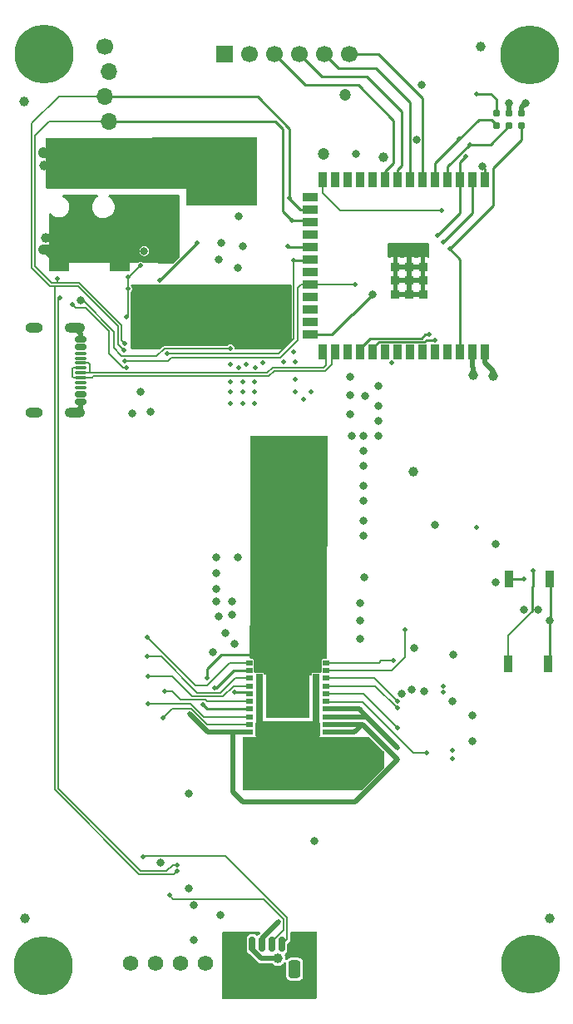
<source format=gbr>
%TF.GenerationSoftware,KiCad,Pcbnew,9.0.2*%
%TF.CreationDate,2025-06-20T12:19:23+03:00*%
%TF.ProjectId,BitshokaNiniV1.1,42697473-686f-46b6-914e-696e6956312e,rev?*%
%TF.SameCoordinates,Original*%
%TF.FileFunction,Copper,L4,Bot*%
%TF.FilePolarity,Positive*%
%FSLAX46Y46*%
G04 Gerber Fmt 4.6, Leading zero omitted, Abs format (unit mm)*
G04 Created by KiCad (PCBNEW 9.0.2) date 2025-06-20 12:19:23*
%MOMM*%
%LPD*%
G01*
G04 APERTURE LIST*
G04 Aperture macros list*
%AMRoundRect*
0 Rectangle with rounded corners*
0 $1 Rounding radius*
0 $2 $3 $4 $5 $6 $7 $8 $9 X,Y pos of 4 corners*
0 Add a 4 corners polygon primitive as box body*
4,1,4,$2,$3,$4,$5,$6,$7,$8,$9,$2,$3,0*
0 Add four circle primitives for the rounded corners*
1,1,$1+$1,$2,$3*
1,1,$1+$1,$4,$5*
1,1,$1+$1,$6,$7*
1,1,$1+$1,$8,$9*
0 Add four rect primitives between the rounded corners*
20,1,$1+$1,$2,$3,$4,$5,0*
20,1,$1+$1,$4,$5,$6,$7,0*
20,1,$1+$1,$6,$7,$8,$9,0*
20,1,$1+$1,$8,$9,$2,$3,0*%
G04 Aperture macros list end*
%TA.AperFunction,SMDPad,CuDef*%
%ADD10R,0.900000X0.900000*%
%TD*%
%TA.AperFunction,SMDPad,CuDef*%
%ADD11R,0.900000X1.500000*%
%TD*%
%TA.AperFunction,SMDPad,CuDef*%
%ADD12R,1.500000X0.900000*%
%TD*%
%TA.AperFunction,SMDPad,CuDef*%
%ADD13C,1.000000*%
%TD*%
%TA.AperFunction,SMDPad,CuDef*%
%ADD14R,2.000000X2.000000*%
%TD*%
%TA.AperFunction,ConnectorPad*%
%ADD15C,0.787400*%
%TD*%
%TA.AperFunction,SMDPad,CuDef*%
%ADD16RoundRect,0.150000X0.425000X-0.150000X0.425000X0.150000X-0.425000X0.150000X-0.425000X-0.150000X0*%
%TD*%
%TA.AperFunction,SMDPad,CuDef*%
%ADD17RoundRect,0.075000X0.500000X-0.075000X0.500000X0.075000X-0.500000X0.075000X-0.500000X-0.075000X0*%
%TD*%
%TA.AperFunction,ComponentPad*%
%ADD18O,2.100000X1.000000*%
%TD*%
%TA.AperFunction,ComponentPad*%
%ADD19O,1.800000X1.000000*%
%TD*%
%TA.AperFunction,ComponentPad*%
%ADD20C,1.574800*%
%TD*%
%TA.AperFunction,ComponentPad*%
%ADD21C,0.400000*%
%TD*%
%TA.AperFunction,ComponentPad*%
%ADD22C,0.800000*%
%TD*%
%TA.AperFunction,ComponentPad*%
%ADD23C,6.000000*%
%TD*%
%TA.AperFunction,ComponentPad*%
%ADD24R,1.700000X1.700000*%
%TD*%
%TA.AperFunction,ComponentPad*%
%ADD25C,1.700000*%
%TD*%
%TA.AperFunction,ComponentPad*%
%ADD26O,1.700000X1.700000*%
%TD*%
%TA.AperFunction,SMDPad,CuDef*%
%ADD27RoundRect,0.086550X0.274450X0.201950X-0.274450X0.201950X-0.274450X-0.201950X0.274450X-0.201950X0*%
%TD*%
%TA.AperFunction,SMDPad,CuDef*%
%ADD28RoundRect,0.216600X3.055400X0.505400X-3.055400X0.505400X-3.055400X-0.505400X3.055400X-0.505400X0*%
%TD*%
%TA.AperFunction,SMDPad,CuDef*%
%ADD29R,4.524000X4.863538*%
%TD*%
%TA.AperFunction,SMDPad,CuDef*%
%ADD30R,0.722000X5.050000*%
%TD*%
%TA.AperFunction,SMDPad,CuDef*%
%ADD31RoundRect,0.261600X3.010400X0.610400X-3.010400X0.610400X-3.010400X-0.610400X3.010400X-0.610400X0*%
%TD*%
%TA.AperFunction,SMDPad,CuDef*%
%ADD32R,0.900000X1.800000*%
%TD*%
%TA.AperFunction,SMDPad,CuDef*%
%ADD33RoundRect,0.150000X-0.150000X-0.625000X0.150000X-0.625000X0.150000X0.625000X-0.150000X0.625000X0*%
%TD*%
%TA.AperFunction,SMDPad,CuDef*%
%ADD34RoundRect,0.250000X-0.350000X-0.650000X0.350000X-0.650000X0.350000X0.650000X-0.350000X0.650000X0*%
%TD*%
%TA.AperFunction,ViaPad*%
%ADD35C,0.800000*%
%TD*%
%TA.AperFunction,ViaPad*%
%ADD36C,1.000000*%
%TD*%
%TA.AperFunction,ViaPad*%
%ADD37C,0.500000*%
%TD*%
%TA.AperFunction,ViaPad*%
%ADD38C,1.200000*%
%TD*%
%TA.AperFunction,Conductor*%
%ADD39C,0.508000*%
%TD*%
%TA.AperFunction,Conductor*%
%ADD40C,0.254000*%
%TD*%
%TA.AperFunction,Conductor*%
%ADD41C,1.000000*%
%TD*%
%TA.AperFunction,Conductor*%
%ADD42C,0.200000*%
%TD*%
G04 APERTURE END LIST*
D10*
%TO.P,U4,41,GND*%
%TO.N,GND*%
X116570000Y-72710000D03*
X117970000Y-72710000D03*
X119370000Y-72710000D03*
X116570000Y-74110000D03*
X117970000Y-74110000D03*
X119370000Y-74110000D03*
X116570000Y-75510000D03*
X117970000Y-75510000D03*
X119370000Y-75510000D03*
D11*
%TO.P,U4,40,GND*%
X125690000Y-63860000D03*
%TO.P,U4,39,GPIO1/TOUCH1/ADC1_CH0*%
%TO.N,/ESP_RST*%
X124420000Y-63860000D03*
%TO.P,U4,38,GPIO2/TOUCH2/ADC1_CH1*%
%TO.N,Net-(U4-GPIO2{slash}TOUCH2{slash}ADC1_CH1)*%
X123150000Y-63860000D03*
%TO.P,U4,37,U0TXD/GPIO43/CLK_OUT1*%
%TO.N,/ESP32/P_TX*%
X121880000Y-63860000D03*
%TO.P,U4,36,U0RXD/GPIO44/CLK_OUT2*%
%TO.N,/ESP32/P_RX*%
X120610000Y-63860000D03*
%TO.P,U4,35,MTMS/GPIO42*%
%TO.N,Net-(J4-Pin_6)*%
X119340000Y-63860000D03*
%TO.P,U4,34,MTDI/GPIO41/CLK_OUT1*%
%TO.N,Net-(J4-Pin_5)*%
X118070000Y-63860000D03*
%TO.P,U4,33,MTDO/GPIO40/CLK_OUT2*%
%TO.N,Net-(J4-Pin_4)*%
X116800000Y-63860000D03*
%TO.P,U4,32,MTCK/GPIO39/CLK_OUT3/SUBSPICS1*%
%TO.N,Net-(J4-Pin_3)*%
X115530000Y-63860000D03*
%TO.P,U4,31,GPIO38/FSPIWP/SUBSPIWP*%
%TO.N,unconnected-(U4-GPIO38{slash}FSPIWP{slash}SUBSPIWP-Pad31)*%
X114260000Y-63860000D03*
%TO.P,U4,30,SPIDQS/GPIO37/FSPIQ/SUBSPIQ*%
%TO.N,unconnected-(U4-SPIDQS{slash}GPIO37{slash}FSPIQ{slash}SUBSPIQ-Pad30)*%
X112990000Y-63860000D03*
%TO.P,U4,29,SPIIO7/GPIO36/FSPICLK/SUBSPICLK*%
%TO.N,unconnected-(U4-SPIIO7{slash}GPIO36{slash}FSPICLK{slash}SUBSPICLK-Pad29)*%
X111720000Y-63860000D03*
%TO.P,U4,28,SPIIO6/GPIO35/FSPID/SUBSPID*%
%TO.N,unconnected-(U4-SPIIO6{slash}GPIO35{slash}FSPID{slash}SUBSPID-Pad28)*%
X110450000Y-63860000D03*
%TO.P,U4,27,GPIO0/BOOT\u002A*%
%TO.N,/ESP32/IO0*%
X109180000Y-63860000D03*
D12*
%TO.P,U4,26,\u002AGPIO45*%
%TO.N,unconnected-(U4-\u002AGPIO45-Pad26)*%
X107930000Y-65625000D03*
%TO.P,U4,25,GPIO48/SPICLK_N/SUBSPICLK_N_DIFF*%
%TO.N,/SCL*%
X107930000Y-66895000D03*
%TO.P,U4,24,GPIO47/SPICLK_P/SUBSPICLK_P_DIFF*%
%TO.N,/SDA*%
X107930000Y-68165000D03*
%TO.P,U4,23,GPIO21*%
%TO.N,unconnected-(U4-GPIO21-Pad23)*%
X107930000Y-69435000D03*
%TO.P,U4,22,GPIO14/TOUCH14/ADC2_CH3/FSPIWP/FSPIDQS/SUBSPIWP*%
%TO.N,/ESP32/{slash}TPS_EN*%
X107930000Y-70705000D03*
%TO.P,U4,21,GPIO13/TOUCH13/ADC2_CH2/FSPIQ/FSPIIO7/SUBSPIQ*%
%TO.N,/Power/PMB_ALRT*%
X107930000Y-71975000D03*
%TO.P,U4,20,GPIO12/TOUCH12/ADC2_CH1/FSPICLK/FSPIIO6/SUBSPICLK*%
%TO.N,unconnected-(U4-GPIO12{slash}TOUCH12{slash}ADC2_CH1{slash}FSPICLK{slash}FSPIIO6{slash}SUBSPICLK-Pad20)*%
X107930000Y-73245000D03*
%TO.P,U4,19,GPIO11/TOUCH11/ADC2_CH0/FSPID/FSPIIO5/SUBSPID*%
%TO.N,/Power/PGOOD*%
X107930000Y-74515000D03*
%TO.P,U4,18,GPIO10/TOUCH10/ADC1_CH9/FSPICS0/FSPIIO4/SUBSPICS0*%
%TO.N,unconnected-(U4-GPIO10{slash}TOUCH10{slash}ADC1_CH9{slash}FSPICS0{slash}FSPIIO4{slash}SUBSPICS0-Pad18)*%
X107930000Y-75785000D03*
%TO.P,U4,17,GPIO9/TOUCH9/ADC1_CH8/FSPIHD/SUBSPIHD*%
%TO.N,unconnected-(U4-GPIO9{slash}TOUCH9{slash}ADC1_CH8{slash}FSPIHD{slash}SUBSPIHD-Pad17)*%
X107930000Y-77055000D03*
%TO.P,U4,16,\u002AGPIO46*%
%TO.N,unconnected-(U4-\u002AGPIO46-Pad16)*%
X107930000Y-78325000D03*
%TO.P,U4,15,GPIO3/TOUCH3/ADC1_CH2\u002A*%
%TO.N,/3V3*%
X107930000Y-79595000D03*
D11*
%TO.P,U4,14,GPIO20/U1CTS/ADC2_CH9/CLK_OUT1/USB_D+*%
%TO.N,/ESP32/USB_D+*%
X109180000Y-81360000D03*
%TO.P,U4,13,GPIO19/U1RTS/ADC2_CH8/CLK_OUT2/USB_D-*%
%TO.N,/ESP32/USB_D-*%
X110450000Y-81360000D03*
%TO.P,U4,12,GPIO8/TOUCH8/ADC1_CH7/SUBSPICS1*%
%TO.N,unconnected-(U4-GPIO8{slash}TOUCH8{slash}ADC1_CH7{slash}SUBSPICS1-Pad12)*%
X111720000Y-81360000D03*
%TO.P,U4,11,GPIO18/U1RXD/ADC2_CH7/CLK_OUT3*%
%TO.N,/ESP_RXD*%
X112990000Y-81360000D03*
%TO.P,U4,10,GPIO17/U1TXD/ADC2_CH6*%
%TO.N,/ESP_TXD*%
X114260000Y-81360000D03*
%TO.P,U4,9,GPIO16/U0CTS/ADC2_CH5/XTAL_32K_NH5*%
%TO.N,unconnected-(U4-GPIO16{slash}U0CTS{slash}ADC2_CH5{slash}XTAL_32K_NH5-Pad9)*%
X115530000Y-81360000D03*
%TO.P,U4,8,GPIO15/U0RTS/ADC2_CH4/XTAL_32K_P*%
%TO.N,unconnected-(U4-GPIO15{slash}U0RTS{slash}ADC2_CH4{slash}XTAL_32K_P-Pad8)*%
X116800000Y-81360000D03*
%TO.P,U4,7,GPIO7/TOUCH7/ADC1_CH6*%
%TO.N,unconnected-(U4-GPIO7{slash}TOUCH7{slash}ADC1_CH6-Pad7)*%
X118070000Y-81360000D03*
%TO.P,U4,6,GPIO6/TOUCH6/ADC1_CH5*%
%TO.N,unconnected-(U4-GPIO6{slash}TOUCH6{slash}ADC1_CH5-Pad6)*%
X119340000Y-81360000D03*
%TO.P,U4,5,GPIO5/TOUCH5/ADC1_CH4*%
%TO.N,unconnected-(U4-GPIO5{slash}TOUCH5{slash}ADC1_CH4-Pad5)*%
X120610000Y-81360000D03*
%TO.P,U4,4,GPIO4/TOUCH4/ADC1_CH3*%
%TO.N,unconnected-(U4-GPIO4{slash}TOUCH4{slash}ADC1_CH3-Pad4)*%
X121880000Y-81360000D03*
%TO.P,U4,3,EN*%
%TO.N,/ESP32/EN*%
X123150000Y-81360000D03*
%TO.P,U4,2,3V3*%
%TO.N,/3V3*%
X124420000Y-81360000D03*
%TO.P,U4,1,GND*%
%TO.N,GND*%
X125690000Y-81360000D03*
%TD*%
D13*
%TO.P,FID5,*%
%TO.N,*%
X125270000Y-50310000D03*
%TD*%
%TO.P,FID6,*%
%TO.N,*%
X78750000Y-55900000D03*
%TD*%
%TO.P,FID7,*%
%TO.N,*%
X132260000Y-139060000D03*
%TD*%
%TO.P,FID8,*%
%TO.N,*%
X78850000Y-139070000D03*
%TD*%
D14*
%TO.P,J1,1*%
%TO.N,/5V*%
X88530000Y-72120000D03*
X82330000Y-72120000D03*
%TO.P,J1,2*%
%TO.N,GND*%
X82330000Y-61120000D03*
%TO.P,J1,3*%
X88530000Y-61120000D03*
%TD*%
D15*
%TO.P,J2,1,Pin_1*%
%TO.N,/ESP32/EN*%
X129400000Y-58365000D03*
%TO.P,J2,2,Pin_2*%
%TO.N,/3V3*%
X129400000Y-57095000D03*
%TO.P,J2,3,Pin_3*%
%TO.N,/ESP32/P_TX*%
X128130000Y-58365000D03*
%TO.P,J2,4,Pin_4*%
%TO.N,GND*%
X128130000Y-57095000D03*
%TO.P,J2,5,Pin_5*%
%TO.N,/ESP32/P_RX*%
X126860000Y-58365000D03*
%TO.P,J2,6,Pin_6*%
%TO.N,/ESP32/IO0*%
X126860000Y-57095000D03*
%TD*%
D16*
%TO.P,J5,A1,GND*%
%TO.N,GND*%
X84545000Y-86460000D03*
%TO.P,J5,A4,VBUS*%
%TO.N,unconnected-(J5-VBUS-PadA4)*%
X84545000Y-85660000D03*
D17*
%TO.P,J5,A5,CC1*%
%TO.N,unconnected-(J5-CC1-PadA5)*%
X84545000Y-84510000D03*
%TO.P,J5,A6,D+*%
%TO.N,/ESP32/USB_D+*%
X84545000Y-83510000D03*
%TO.P,J5,A7,D-*%
%TO.N,/ESP32/USB_D-*%
X84545000Y-83010000D03*
%TO.P,J5,A8,SBU1*%
%TO.N,unconnected-(J5-SBU1-PadA8)*%
X84545000Y-82010000D03*
D16*
%TO.P,J5,B1,GND*%
%TO.N,GND*%
X84545000Y-80060000D03*
%TO.P,J5,B4,VBUS*%
%TO.N,unconnected-(J5-VBUS-PadB4)*%
X84545000Y-80860000D03*
D17*
%TO.P,J5,B5,CC2*%
%TO.N,unconnected-(J5-CC2-PadB5)*%
X84545000Y-81510000D03*
%TO.P,J5,B6,D+*%
%TO.N,/ESP32/USB_D+*%
X84545000Y-82510000D03*
%TO.P,J5,B7,D-*%
%TO.N,/ESP32/USB_D-*%
X84545000Y-84010000D03*
%TO.P,J5,B8,SBU2*%
%TO.N,unconnected-(J5-SBU2-PadB8)*%
X84545000Y-85010000D03*
D18*
%TO.P,J5,S1,SHIELD*%
%TO.N,GND*%
X83970000Y-87580000D03*
D19*
X79790000Y-87580000D03*
D18*
X83970000Y-78940000D03*
D19*
X79790000Y-78940000D03*
%TD*%
D20*
%TO.P,J6,1,Pin_1*%
%TO.N,GND*%
X89621000Y-143622000D03*
%TO.P,J6,2,Pin_2*%
%TO.N,/5V*%
X92161000Y-143622000D03*
%TO.P,J6,3,Pin_3*%
%TO.N,/Fan/FAN_TACH*%
X94701000Y-143622000D03*
%TO.P,J6,4,Pin_4*%
%TO.N,/Fan/FAN_PWM*%
X97241000Y-143622000D03*
%TD*%
D21*
%TO.P,U2,41,PAD*%
%TO.N,GND*%
X92180000Y-78870000D03*
X93580000Y-78870000D03*
X94980000Y-78870000D03*
X91180000Y-77590000D03*
X92180000Y-77590000D03*
X93580000Y-77590000D03*
X94980000Y-77590000D03*
X95980000Y-77590000D03*
X92180000Y-76310000D03*
X93580000Y-76310000D03*
X94980000Y-76310000D03*
%TD*%
D22*
%TO.P,H1,1,1*%
%TO.N,GND*%
X127985010Y-51120990D03*
X128644020Y-49530000D03*
X128644020Y-52711980D03*
X130235010Y-48870990D03*
D23*
X130235010Y-51120990D03*
D22*
X130235010Y-53370990D03*
X131826000Y-49530000D03*
X131826000Y-52711980D03*
X132485010Y-51120990D03*
%TD*%
%TO.P,H3,1,1*%
%TO.N,GND*%
X128052000Y-143728000D03*
X128711010Y-142137010D03*
X128711010Y-145318990D03*
X130302000Y-141478000D03*
D23*
X130302000Y-143728000D03*
D22*
X130302000Y-145978000D03*
X131892990Y-142137010D03*
X131892990Y-145318990D03*
X132552000Y-143728000D03*
%TD*%
D24*
%TO.P,J4,1,Pin_1*%
%TO.N,/5V*%
X99171505Y-51054000D03*
D25*
%TO.P,J4,2,Pin_2*%
%TO.N,GND*%
X101711505Y-51054000D03*
%TO.P,J4,3,Pin_3*%
%TO.N,Net-(J4-Pin_3)*%
X104251505Y-51054000D03*
%TO.P,J4,4,Pin_4*%
%TO.N,Net-(J4-Pin_4)*%
X106791505Y-51054000D03*
%TO.P,J4,5,Pin_5*%
%TO.N,Net-(J4-Pin_5)*%
X109331505Y-51054000D03*
%TO.P,J4,6,Pin_6*%
%TO.N,Net-(J4-Pin_6)*%
X111871505Y-51054000D03*
%TD*%
D22*
%TO.P,H4,1,1*%
%TO.N,GND*%
X78455010Y-143830990D03*
X79114020Y-142240000D03*
X79114020Y-145421980D03*
X80705010Y-141580990D03*
D23*
X80705010Y-143830990D03*
D22*
X80705010Y-146080990D03*
X82296000Y-142240000D03*
X82296000Y-145421980D03*
X82955010Y-143830990D03*
%TD*%
%TO.P,H2,1,1*%
%TO.N,GND*%
X78558000Y-51054000D03*
X79217010Y-49463010D03*
X79217010Y-52644990D03*
X80808000Y-48804000D03*
D23*
X80808000Y-51054000D03*
D22*
X80808000Y-53304000D03*
X82398990Y-49463010D03*
X82398990Y-52644990D03*
X83058000Y-51054000D03*
%TD*%
D25*
%TO.P,J3,1,Pin_1*%
%TO.N,GND*%
X87005000Y-50292000D03*
D26*
%TO.P,J3,2,Pin_2*%
%TO.N,/3V3*%
X87405000Y-52832000D03*
%TO.P,J3,3,Pin_3*%
%TO.N,/SCL*%
X87005000Y-55372000D03*
%TO.P,J3,4,Pin_4*%
%TO.N,/SDA*%
X87405000Y-57912000D03*
%TD*%
D27*
%TO.P,U8,1,CLK*%
%TO.N,/KF1950/CLKI*%
X109508562Y-113009000D03*
%TO.P,U8,2,TXD*%
%TO.N,/KF1950/TXD*%
X109508562Y-113795000D03*
%TO.P,U8,3,CTSI*%
%TO.N,/KF1950/CTSI_1V8*%
X109508562Y-114581000D03*
%TO.P,U8,4,RXD*%
%TO.N,Net-(R28-Pad2)*%
X109508562Y-115367000D03*
%TO.P,U8,5,RST*%
%TO.N,Net-(C27-Pad2)*%
X109508562Y-116153000D03*
%TO.P,U8,6,0.9V*%
%TO.N,Net-(C31-Pad1)*%
X109508562Y-116939000D03*
%TO.P,U8,7,1V8*%
%TO.N,/KF1950/1V8*%
X109508562Y-117725000D03*
%TO.P,U8,8,DIR*%
X109508562Y-118511000D03*
%TO.P,U8,9,GND*%
%TO.N,/KF1950/LDO_GND*%
X109508562Y-119297000D03*
%TO.P,U8,10,GND*%
X109508562Y-120083000D03*
%TO.P,U8,11,GND*%
X101712562Y-120083000D03*
%TO.P,U8,12,GND*%
%TO.N,Net-(DIR_LO1-Pad1)*%
X101712562Y-119297000D03*
%TO.P,U8,13,DIR*%
%TO.N,Net-(DIR_HI1-Pad1)*%
X101712562Y-118511000D03*
%TO.P,U8,14,1V8*%
%TO.N,Net-(R38-Pad1)*%
X101712562Y-117725000D03*
%TO.P,U8,15,0.9V*%
%TO.N,Net-(0.9V1-Pad1)*%
X101712562Y-116939000D03*
%TO.P,U8,16,RST*%
%TO.N,Net-(Q1-E)*%
X101712562Y-116153000D03*
%TO.P,U8,17,RXD*%
%TO.N,Net-(RXD2-Pad1)*%
X101712562Y-115367000D03*
%TO.P,U8,18,CTSI*%
%TO.N,Net-(CTSI1-Pad1)*%
X101712562Y-114581000D03*
%TO.P,U8,19,TXD*%
%TO.N,Net-(R38-Pad2)*%
X101712562Y-113795000D03*
%TO.P,U8,20,CLK*%
%TO.N,Net-(TXD2-Pad1)*%
X101712562Y-113009000D03*
D21*
%TO.P,U8,21,VDD*%
%TO.N,/VDD*%
X108510562Y-112846000D03*
X108510562Y-113426000D03*
X107110562Y-115268511D03*
X107110562Y-117221000D03*
X106360562Y-114546000D03*
X106360562Y-115274627D03*
X106360562Y-116246000D03*
X106360562Y-117221000D03*
X106360562Y-117946000D03*
X105960562Y-112846000D03*
X105960562Y-113426000D03*
D28*
X105610562Y-113146000D03*
D29*
X105610562Y-116232230D03*
D21*
X105260562Y-112846000D03*
X105260562Y-113426000D03*
X104860562Y-114546000D03*
X104860562Y-115274627D03*
X104860562Y-116246000D03*
X104860562Y-117221000D03*
X104860562Y-117946000D03*
X104110562Y-115274627D03*
X104110562Y-117221000D03*
X102710562Y-112846000D03*
X102710562Y-113426000D03*
%TO.P,U8,22,VSS*%
%TO.N,GND*%
X108560562Y-116546000D03*
X108560562Y-119266000D03*
X108560562Y-120346000D03*
D30*
X108521562Y-116640000D03*
D21*
X105610562Y-119266000D03*
D31*
X105610562Y-119806000D03*
D21*
X105610562Y-120346000D03*
D30*
X102699562Y-116640000D03*
D21*
X102660562Y-116546000D03*
X102660562Y-119266000D03*
X102660562Y-120346000D03*
%TD*%
D32*
%TO.P,SW1,1*%
%TO.N,GND*%
X132246000Y-104448000D03*
%TO.P,SW1,2*%
%TO.N,/ESP32/EN*%
X128136000Y-104448000D03*
%TD*%
%TO.P,SW2,1*%
%TO.N,GND*%
X132142000Y-113155000D03*
%TO.P,SW2,2*%
%TO.N,/ESP32/IO0*%
X128032000Y-113155000D03*
%TD*%
D33*
%TO.P,J7,1,Pin_1*%
%TO.N,GND*%
X102000000Y-141675000D03*
%TO.P,J7,2,Pin_2*%
%TO.N,/5V*%
X103000000Y-141675000D03*
%TO.P,J7,3,Pin_3*%
%TO.N,/Fan/FAN_TACH*%
X104000000Y-141675000D03*
%TO.P,J7,4,Pin_4*%
%TO.N,/Fan/FAN_PWM*%
X105000000Y-141675000D03*
D34*
%TO.P,J7,MP,MountPin*%
%TO.N,unconnected-(J7-MountPin-PadMP)*%
X100700000Y-144200000D03*
%TO.N,unconnected-(J7-MountPin-PadMP)_1*%
X106300000Y-144200000D03*
%TD*%
D35*
%TO.N,GND*%
X91000000Y-71100000D03*
X99300000Y-110000000D03*
X98600000Y-108300000D03*
X99900000Y-106800000D03*
X98300000Y-106800000D03*
X98300000Y-105500000D03*
X98300000Y-103900000D03*
X98300000Y-102300000D03*
X99900000Y-108100000D03*
X105500000Y-121250000D03*
X113284000Y-96520000D03*
X104521009Y-124222568D03*
X102500000Y-122250000D03*
X113284000Y-98552000D03*
X104500000Y-122250000D03*
X100050000Y-61700000D03*
X103400000Y-78600000D03*
X113284000Y-92964000D03*
X100900000Y-78700000D03*
X113284000Y-100076000D03*
%TO.N,/VDD*%
X104900000Y-107400000D03*
%TO.N,GND*%
X101350000Y-62800000D03*
X124400000Y-121000000D03*
X109500000Y-121250000D03*
X97450000Y-60200000D03*
X112000000Y-85750000D03*
X108500000Y-124250000D03*
X100500000Y-65750000D03*
D36*
X116540000Y-70920000D03*
D35*
X101500000Y-125250000D03*
X113400000Y-104300000D03*
X125460000Y-62500000D03*
X118510000Y-111510000D03*
X103500000Y-123250000D03*
X112400000Y-122300000D03*
X100200000Y-111100000D03*
X114400000Y-122300000D03*
D36*
X82400000Y-62400000D03*
D35*
X120600000Y-99000000D03*
X103500000Y-121250000D03*
X101400000Y-61100000D03*
X100100000Y-63300000D03*
X113000000Y-108700000D03*
X100100000Y-60200000D03*
X107500000Y-125250000D03*
X107500000Y-121250000D03*
X99000000Y-78800000D03*
X101800000Y-75100000D03*
X96070000Y-137650000D03*
X122440000Y-112230000D03*
X110400000Y-122300000D03*
X119270000Y-54220000D03*
X128130000Y-56090000D03*
D36*
X80680000Y-61050000D03*
X104600000Y-143100000D03*
D35*
X103124000Y-76200000D03*
X100584000Y-67564000D03*
X114808000Y-84836000D03*
X99100000Y-64900000D03*
X91600000Y-87500000D03*
X113500000Y-85900000D03*
X110400000Y-124300000D03*
X100500000Y-102300000D03*
X113409725Y-123302118D03*
X112100000Y-89900000D03*
X98750000Y-61100000D03*
X122397194Y-116927014D03*
X113000000Y-106900000D03*
X96070000Y-141200000D03*
X102300000Y-77500000D03*
X98000000Y-111900000D03*
X113284000Y-89916000D03*
D36*
X117910000Y-70950000D03*
D35*
X101500000Y-123250000D03*
X126799059Y-104821612D03*
D36*
X80800000Y-62400000D03*
D35*
X109500000Y-123250000D03*
X111400000Y-123300000D03*
X113284000Y-91440000D03*
X112000000Y-87750000D03*
X98600000Y-72000000D03*
X113284000Y-94996000D03*
X113400000Y-121300000D03*
X100490000Y-76000000D03*
X113000000Y-110600000D03*
X101000000Y-70600000D03*
X98500000Y-76000000D03*
X100500000Y-72800000D03*
X114808000Y-88392000D03*
X112000000Y-83900000D03*
X90600000Y-85400000D03*
X92680000Y-133370000D03*
X106495762Y-124222568D03*
X131125000Y-107620000D03*
X107500000Y-123250000D03*
X112512000Y-61250000D03*
X106500000Y-122250000D03*
X104648000Y-75692000D03*
X109500000Y-125250000D03*
X111400000Y-125300000D03*
D36*
X119454234Y-70914234D03*
D35*
X112400000Y-124300000D03*
X89800000Y-87600000D03*
X103500000Y-125250000D03*
X102500000Y-124250000D03*
D36*
X126492000Y-83820000D03*
D35*
X101350000Y-64750000D03*
X108500000Y-122250000D03*
%TO.N,/VDD*%
X102500000Y-101300000D03*
%TO.N,GND*%
X114808000Y-89916000D03*
X105509725Y-123252118D03*
X104648000Y-77216000D03*
X101500000Y-121250000D03*
X111400000Y-121300000D03*
X98800000Y-70300000D03*
X132297000Y-108743000D03*
X124400000Y-118400000D03*
X99500000Y-74920000D03*
X114808000Y-86868000D03*
%TO.N,/VDD*%
X102500000Y-96750000D03*
X103750000Y-100100000D03*
X106300000Y-109200000D03*
X105000000Y-99000000D03*
X106200000Y-104800000D03*
X106250000Y-95550000D03*
X106150000Y-93150000D03*
X108800000Y-110600000D03*
X107500000Y-101300000D03*
X108200000Y-111200000D03*
D37*
X102200000Y-86600000D03*
D35*
X117200000Y-116200000D03*
X84500000Y-76160000D03*
X119500000Y-115900000D03*
X107450000Y-103700000D03*
X107500000Y-96750000D03*
X102500000Y-99000000D03*
D37*
X106400000Y-82400000D03*
D35*
X107400000Y-111800000D03*
X106250000Y-100100000D03*
X103700000Y-104800000D03*
D37*
X106200000Y-81400000D03*
X100600000Y-83000000D03*
D35*
X107500000Y-99000000D03*
X103700000Y-111500000D03*
X103200000Y-106600000D03*
D37*
X102200000Y-85400000D03*
D35*
X103750000Y-97900000D03*
X106250000Y-97900000D03*
D37*
X99780000Y-81020000D03*
D35*
X107450000Y-105900000D03*
X106200000Y-107100000D03*
D37*
X101000000Y-84400000D03*
D35*
X104900000Y-92000000D03*
D37*
X103100000Y-82500000D03*
D35*
X103650000Y-93150000D03*
X103700000Y-102550000D03*
D37*
X101400000Y-82600000D03*
X99800000Y-85400000D03*
D35*
X106200000Y-102550000D03*
X107500000Y-94400000D03*
X105300000Y-111400000D03*
D37*
X99800000Y-82600000D03*
X101000000Y-85400000D03*
X102200000Y-84400000D03*
X106400000Y-84200000D03*
D35*
X108800000Y-111800000D03*
X104950000Y-103700000D03*
D37*
X99800000Y-86600000D03*
D35*
X105000000Y-101300000D03*
D37*
X106400000Y-85400000D03*
D35*
X107400000Y-92000000D03*
X106700000Y-111400000D03*
D37*
X107200000Y-86200000D03*
D35*
X105000000Y-96750000D03*
X103750000Y-95550000D03*
D37*
X97400000Y-114600000D03*
X99800000Y-84400000D03*
X116199410Y-82499410D03*
X102300000Y-83000000D03*
D35*
X118200000Y-115778889D03*
X104400000Y-109200000D03*
D37*
X108000000Y-85400000D03*
D35*
X102400000Y-92000000D03*
D37*
X105200000Y-82400000D03*
D35*
X105000000Y-94400000D03*
X102400000Y-111500000D03*
X104950000Y-105900000D03*
D37*
X101000000Y-86600000D03*
D35*
X102500000Y-94400000D03*
D37*
%TO.N,/ESP32/EN*%
X122101300Y-70905000D03*
X129663000Y-104448000D03*
D35*
%TO.N,/5V*%
X93620000Y-68280000D03*
D36*
X81000000Y-69800000D03*
D35*
X92350000Y-66250000D03*
X93600000Y-69250000D03*
X93600000Y-71200000D03*
X92350000Y-68300000D03*
D38*
X109280000Y-61185155D03*
D35*
X108290000Y-131179000D03*
X93600000Y-67250000D03*
X92350000Y-70250000D03*
D36*
X80680000Y-70950000D03*
D35*
X93620000Y-70230000D03*
X92330000Y-71220000D03*
X92330000Y-69270000D03*
X98770000Y-138720000D03*
X93620000Y-66230000D03*
X92330000Y-67270000D03*
D37*
X104700000Y-139400000D03*
D36*
X82400000Y-69800000D03*
D35*
%TO.N,/3V3*%
X129830000Y-56090000D03*
D36*
X124500000Y-83750000D03*
D35*
X114250000Y-75500000D03*
X95550000Y-135970000D03*
D38*
X111440000Y-55180000D03*
D36*
X118400000Y-93600000D03*
D35*
X126786590Y-100888410D03*
X118711400Y-59800000D03*
X129685000Y-107630000D03*
D36*
X115370000Y-61560000D03*
D35*
X95560000Y-126330000D03*
D37*
%TO.N,/SCL*%
X94317599Y-134229617D03*
X105800000Y-65700000D03*
X88970000Y-81220000D03*
%TO.N,/Fan/FAN_PWM*%
X90900000Y-132800000D03*
%TO.N,Net-(U2-BP1V5)*%
X89200000Y-82980000D03*
X83660000Y-76570000D03*
%TO.N,/ESP32/P_TX*%
X124140000Y-60250000D03*
%TO.N,/ESP32/P_RX*%
X123040000Y-59730000D03*
%TO.N,/ESP32/IO0*%
X121244400Y-66945600D03*
X124830000Y-55100000D03*
X130600000Y-103600000D03*
%TO.N,Net-(U2-VDD5)*%
X92570000Y-74110000D03*
X96400000Y-70300000D03*
%TO.N,/Power/PGOOD*%
X89020000Y-82280000D03*
X112500000Y-74500000D03*
%TO.N,Net-(C27-Pad2)*%
X116786590Y-119638410D03*
%TO.N,/SDA*%
X82130000Y-73910000D03*
X94340000Y-133580000D03*
X88990000Y-80510000D03*
X82390000Y-75900000D03*
X106000000Y-68000000D03*
%TO.N,/Power/AGND*%
X89340000Y-73770000D03*
X89170000Y-77830000D03*
X90600000Y-72600000D03*
X89340000Y-74960000D03*
%TO.N,/Power/PMB_ALRT*%
X106200000Y-72100000D03*
X93330000Y-81550000D03*
%TO.N,/Fan/FAN_TACH*%
X93570000Y-136700000D03*
%TO.N,Net-(C31-Pad1)*%
X119786590Y-122200000D03*
%TO.N,Net-(Q1-E)*%
X100200000Y-116000000D03*
%TO.N,Net-(R28-Pad2)*%
X116786590Y-117638410D03*
%TO.N,Net-(R38-Pad2)*%
X98200000Y-115600000D03*
%TO.N,Net-(R38-Pad1)*%
X97000000Y-117254133D03*
%TO.N,Net-(U4-GPIO2{slash}TOUCH2{slash}ADC1_CH1)*%
X120850000Y-69510000D03*
X123750000Y-61500000D03*
%TO.N,/KF1950/LDO_GND*%
X116786590Y-122888410D03*
X95600000Y-118200000D03*
%TO.N,/KF1950/1V8*%
X121400000Y-115400000D03*
X124800000Y-99200000D03*
X116786590Y-121649410D03*
X122400000Y-121900000D03*
X121400000Y-116000000D03*
X122400000Y-122800000D03*
%TO.N,/KF1950/TXD*%
X117536590Y-109638410D03*
%TO.N,/ESP_RXD*%
X120000000Y-79600000D03*
%TO.N,/KF1950/CTSI_1V8*%
X116786590Y-116929889D03*
%TO.N,/KF1950/CLKI*%
X116400000Y-112800000D03*
%TO.N,/ESP_TXD*%
X120600000Y-80200000D03*
%TO.N,/ESP_RST*%
X121476817Y-70170000D03*
%TO.N,/ESP32/{slash}TPS_EN*%
X105600000Y-70600000D03*
%TO.N,Net-(0.9V1-Pad1)*%
X93100000Y-115900000D03*
%TO.N,Net-(CTSI1-Pad1)*%
X91300000Y-112400000D03*
%TO.N,Net-(DIR_HI1-Pad1)*%
X91400000Y-117200000D03*
%TO.N,Net-(DIR_LO1-Pad1)*%
X92900000Y-118600000D03*
%TO.N,Net-(RXD2-Pad1)*%
X91400000Y-114400000D03*
%TO.N,Net-(TXD2-Pad1)*%
X91300000Y-110400000D03*
%TD*%
D39*
%TO.N,GND*%
X102930816Y-143100000D02*
X102000000Y-142169184D01*
D40*
X132345000Y-104448000D02*
X132345000Y-108695000D01*
X125460000Y-62500000D02*
X125690000Y-62730000D01*
D39*
X125690000Y-82480000D02*
X125690000Y-81360000D01*
X126492000Y-83820000D02*
X126492000Y-83282000D01*
D40*
X125690000Y-62730000D02*
X125690000Y-63860000D01*
X132241000Y-108799000D02*
X132297000Y-108743000D01*
D41*
X80680000Y-61050000D02*
X80750000Y-61120000D01*
D40*
X117910000Y-70950000D02*
X117970000Y-71010000D01*
D39*
X126492000Y-83282000D02*
X125690000Y-82480000D01*
D40*
X132345000Y-108695000D02*
X132297000Y-108743000D01*
D39*
X104600000Y-143100000D02*
X102930816Y-143100000D01*
X128130000Y-56090000D02*
X128130000Y-57095000D01*
D41*
X80750000Y-61120000D02*
X82330000Y-61120000D01*
D39*
X84545000Y-79515000D02*
X83970000Y-78940000D01*
X84545000Y-80060000D02*
X84545000Y-79515000D01*
D40*
X132241000Y-113155000D02*
X132241000Y-108799000D01*
D39*
X84545000Y-86460000D02*
X84545000Y-87005000D01*
X102000000Y-142169184D02*
X102000000Y-141675000D01*
D40*
X119454234Y-70914234D02*
X119370000Y-70998468D01*
D39*
X84545000Y-87005000D02*
X83970000Y-87580000D01*
D42*
%TO.N,/VDD*%
X92270000Y-81770000D02*
X93040000Y-81000000D01*
D40*
X97400000Y-114600000D02*
X97400000Y-113600000D01*
D39*
X105610562Y-113146000D02*
X105610562Y-112178400D01*
D42*
X99760000Y-81000000D02*
X99780000Y-81020000D01*
X87900000Y-80960000D02*
X88710000Y-81770000D01*
X84750000Y-76160000D02*
X87900000Y-79310000D01*
D40*
X98821600Y-112178400D02*
X105610562Y-112178400D01*
D42*
X84500000Y-76160000D02*
X84750000Y-76160000D01*
X87900000Y-79310000D02*
X87900000Y-80960000D01*
D40*
X97400000Y-113600000D02*
X98821600Y-112178400D01*
D42*
X88710000Y-81770000D02*
X92270000Y-81770000D01*
X93040000Y-81000000D02*
X99760000Y-81000000D01*
D40*
%TO.N,/ESP32/EN*%
X127675000Y-61485000D02*
X129400000Y-59760000D01*
X122101300Y-70898700D02*
X126540000Y-66460000D01*
X123160000Y-71963700D02*
X122101300Y-70905000D01*
X126540000Y-66460000D02*
X126540000Y-62620000D01*
X129400000Y-59760000D02*
X129400000Y-58365000D01*
X126540000Y-62620000D02*
X127675000Y-61485000D01*
X122101300Y-70905000D02*
X122101300Y-70898700D01*
X128136000Y-104448000D02*
X129663000Y-104448000D01*
X123160000Y-81133600D02*
X123160000Y-71963700D01*
D39*
%TO.N,/5V*%
X103000000Y-141675000D02*
X103000000Y-141100000D01*
X103000000Y-141100000D02*
X104700000Y-139400000D01*
D41*
X81160000Y-70950000D02*
X82330000Y-72120000D01*
X80680000Y-70950000D02*
X81160000Y-70950000D01*
D40*
%TO.N,/3V3*%
X112160000Y-77550000D02*
X110115000Y-79595000D01*
D39*
X129830000Y-56090000D02*
X129400000Y-56520000D01*
X129400000Y-56520000D02*
X129400000Y-57095000D01*
X124500000Y-82940000D02*
X124420000Y-82860000D01*
X124500000Y-83750000D02*
X124500000Y-82940000D01*
D40*
X112200000Y-77550000D02*
X112160000Y-77550000D01*
X110115000Y-79595000D02*
X107930000Y-79595000D01*
D39*
X124420000Y-82860000D02*
X124420000Y-81360000D01*
D40*
X114250000Y-75500000D02*
X112200000Y-77550000D01*
D42*
%TO.N,/SCL*%
X81430000Y-74660000D02*
X79560000Y-72790000D01*
D40*
X105800000Y-65700000D02*
X105800000Y-65810000D01*
D42*
X79560000Y-72790000D02*
X79560000Y-58130000D01*
X79560000Y-58130000D02*
X82318000Y-55372000D01*
D40*
X106885000Y-66895000D02*
X106610000Y-66620000D01*
D42*
X88970000Y-81220000D02*
X88360000Y-80610000D01*
X88360000Y-80610000D02*
X88360000Y-78750000D01*
X88360000Y-78750000D02*
X84270000Y-74660000D01*
X94027216Y-134520000D02*
X90490000Y-134520000D01*
X82318000Y-55372000D02*
X87005000Y-55372000D01*
D40*
X107930000Y-66895000D02*
X106885000Y-66895000D01*
X106610000Y-66620000D02*
X105800000Y-65810000D01*
D42*
X94317599Y-134229617D02*
X94027216Y-134520000D01*
X81890000Y-125920000D02*
X81890000Y-74660000D01*
D40*
X105800000Y-58639183D02*
X102532817Y-55372000D01*
X102532817Y-55372000D02*
X87355000Y-55372000D01*
D42*
X81890000Y-74660000D02*
X81430000Y-74660000D01*
X84270000Y-74660000D02*
X81890000Y-74660000D01*
X90490000Y-134520000D02*
X81890000Y-125920000D01*
D40*
X105800000Y-65810000D02*
X105800000Y-58639183D01*
D42*
%TO.N,/Fan/FAN_PWM*%
X105501600Y-138975074D02*
X99226526Y-132700000D01*
X99226526Y-132700000D02*
X91000000Y-132700000D01*
X105000000Y-141675000D02*
X105501600Y-141173400D01*
X91000000Y-132700000D02*
X90900000Y-132800000D01*
X105501600Y-141173400D02*
X105501600Y-138975074D01*
%TO.N,/ESP32/USB_D+*%
X85320000Y-82510000D02*
X85450000Y-82640000D01*
X103530000Y-83510000D02*
X104080000Y-82960000D01*
X84545000Y-82510000D02*
X85320000Y-82510000D01*
X104080000Y-82960000D02*
X109271632Y-82960000D01*
X84545000Y-83510000D02*
X85450000Y-83510000D01*
X109530000Y-82701632D02*
X109530000Y-81710000D01*
X109271632Y-82960000D02*
X109530000Y-82701632D01*
X109530000Y-81710000D02*
X109180000Y-81360000D01*
X85450000Y-83510000D02*
X103530000Y-83510000D01*
X85450000Y-82640000D02*
X85450000Y-83510000D01*
%TO.N,/ESP32/USB_D-*%
X110100000Y-82630000D02*
X110100000Y-81710000D01*
X84545000Y-84010000D02*
X85690000Y-84010000D01*
X110100000Y-81710000D02*
X110450000Y-81360000D01*
X83770000Y-83010000D02*
X83690000Y-83090000D01*
X104240000Y-83320000D02*
X109410000Y-83320000D01*
X83810000Y-84010000D02*
X84545000Y-84010000D01*
X83690000Y-83090000D02*
X83690000Y-83890000D01*
X83690000Y-83890000D02*
X83810000Y-84010000D01*
X84545000Y-83010000D02*
X83770000Y-83010000D01*
X85690000Y-84010000D02*
X85837600Y-83862400D01*
X103697600Y-83862400D02*
X104240000Y-83320000D01*
X85837600Y-83862400D02*
X103697600Y-83862400D01*
X109410000Y-83320000D02*
X110100000Y-82630000D01*
%TO.N,Net-(U2-BP1V5)*%
X87420000Y-79290000D02*
X85030000Y-76900000D01*
X88880000Y-82980000D02*
X87420000Y-81520000D01*
X89200000Y-82980000D02*
X88880000Y-82980000D01*
X87420000Y-81520000D02*
X87420000Y-79290000D01*
X85030000Y-76900000D02*
X83990000Y-76900000D01*
X83990000Y-76900000D02*
X83660000Y-76570000D01*
D40*
%TO.N,/ESP32/P_TX*%
X126250000Y-60250000D02*
X128145000Y-58355000D01*
X121880000Y-62510000D02*
X121880000Y-63860000D01*
X124140000Y-60250000D02*
X126250000Y-60250000D01*
X124140000Y-60250000D02*
X121880000Y-62510000D01*
X128145000Y-58355000D02*
X128230000Y-58355000D01*
%TO.N,/ESP32/P_RX*%
X123040000Y-59730000D02*
X120610000Y-62160000D01*
X123040000Y-59730000D02*
X125050000Y-57720000D01*
X126325000Y-57720000D02*
X126960000Y-58355000D01*
X125050000Y-57720000D02*
X126325000Y-57720000D01*
X120610000Y-62160000D02*
X120610000Y-63860000D01*
%TO.N,/ESP32/IO0*%
X130495400Y-105304600D02*
X130495400Y-107750000D01*
X126830000Y-56955000D02*
X126960000Y-57085000D01*
D42*
X109180000Y-63860000D02*
X109180000Y-65190000D01*
X128032000Y-110218000D02*
X130500000Y-107750000D01*
X109180000Y-65190000D02*
X110935600Y-66945600D01*
D40*
X126310000Y-55100000D02*
X126830000Y-55620000D01*
X124830000Y-55100000D02*
X126310000Y-55100000D01*
D42*
X110935600Y-66945600D02*
X121244400Y-66945600D01*
D40*
X126830000Y-55620000D02*
X126830000Y-56955000D01*
D42*
X128032000Y-113155000D02*
X128032000Y-110218000D01*
D40*
X130600000Y-105200000D02*
X130495400Y-105304600D01*
X130600000Y-103600000D02*
X130600000Y-105200000D01*
%TO.N,Net-(U2-VDD5)*%
X92590000Y-74110000D02*
X92570000Y-74110000D01*
X96400000Y-70300000D02*
X92590000Y-74110000D01*
D42*
X92630000Y-74170000D02*
X92570000Y-74110000D01*
%TO.N,/Power/PGOOD*%
X106610000Y-80190000D02*
X106610000Y-74840000D01*
X106610000Y-74840000D02*
X106935000Y-74515000D01*
X112485000Y-74515000D02*
X107930000Y-74515000D01*
X93720000Y-81950000D02*
X104850000Y-81950000D01*
X93390000Y-82280000D02*
X93720000Y-81950000D01*
X106935000Y-74515000D02*
X107930000Y-74515000D01*
X112500000Y-74500000D02*
X112485000Y-74515000D01*
X89020000Y-82280000D02*
X93390000Y-82280000D01*
X104850000Y-81950000D02*
X106610000Y-80190000D01*
%TO.N,Net-(C27-Pad2)*%
X109508562Y-116153000D02*
X113301180Y-116153000D01*
X113301180Y-116153000D02*
X116786590Y-119638410D01*
%TO.N,/SDA*%
X90650000Y-134200000D02*
X82230000Y-125780000D01*
D40*
X107765000Y-68000000D02*
X107930000Y-68165000D01*
D42*
X93280000Y-134200000D02*
X90650000Y-134200000D01*
X82130000Y-73910000D02*
X82130000Y-74280000D01*
X88990000Y-80510000D02*
X88670000Y-80190000D01*
X82230000Y-125780000D02*
X82230000Y-76060000D01*
D40*
X105100000Y-67100000D02*
X106000000Y-68000000D01*
D42*
X93900000Y-133580000D02*
X93280000Y-134200000D01*
X88670000Y-80190000D02*
X88670000Y-78633474D01*
X82230000Y-76060000D02*
X82390000Y-75900000D01*
X81540000Y-74320000D02*
X79861600Y-72641600D01*
D40*
X87055000Y-57912000D02*
X87087000Y-57880000D01*
D42*
X81298000Y-57912000D02*
X87405000Y-57912000D01*
X82130000Y-74280000D02*
X82090000Y-74320000D01*
X94340000Y-133580000D02*
X93900000Y-133580000D01*
X82090000Y-74320000D02*
X81540000Y-74320000D01*
D40*
X87087000Y-57880000D02*
X104300000Y-57880000D01*
D42*
X88670000Y-78633474D02*
X84356526Y-74320000D01*
X79861600Y-72641600D02*
X79861600Y-59348400D01*
X82491600Y-75900000D02*
X82390000Y-75900000D01*
D40*
X104300000Y-57880000D02*
X105100000Y-58680000D01*
D42*
X84356526Y-74320000D02*
X82090000Y-74320000D01*
X79861600Y-59348400D02*
X81298000Y-57912000D01*
D40*
X105100000Y-58680000D02*
X105100000Y-67100000D01*
X106000000Y-68000000D02*
X107765000Y-68000000D01*
%TO.N,Net-(J4-Pin_3)*%
X115530000Y-63020000D02*
X116380000Y-62170000D01*
X112780000Y-54210000D02*
X107407505Y-54210000D01*
X115530000Y-63860000D02*
X115530000Y-63020000D01*
X107407505Y-54210000D02*
X104251505Y-51054000D01*
X116380000Y-62170000D02*
X116380000Y-57810000D01*
X116380000Y-57810000D02*
X112780000Y-54210000D01*
%TO.N,Net-(J4-Pin_6)*%
X119340000Y-63860000D02*
X119340000Y-55550000D01*
X119340000Y-55550000D02*
X114844000Y-51054000D01*
X114844000Y-51054000D02*
X111871505Y-51054000D01*
%TO.N,Net-(J4-Pin_5)*%
X110777505Y-52500000D02*
X109331505Y-51054000D01*
X118070000Y-63860000D02*
X118070000Y-56010000D01*
X114560000Y-52500000D02*
X110777505Y-52500000D01*
X118070000Y-56010000D02*
X114560000Y-52500000D01*
%TO.N,Net-(J4-Pin_4)*%
X113650000Y-53350000D02*
X109087505Y-53350000D01*
X116800000Y-63860000D02*
X116800000Y-62820000D01*
X117220000Y-56920000D02*
X113650000Y-53350000D01*
X116800000Y-62820000D02*
X117220000Y-62400000D01*
X109087505Y-53350000D02*
X106791505Y-51054000D01*
X117220000Y-62400000D02*
X117220000Y-56920000D01*
D42*
%TO.N,/Power/AGND*%
X89340000Y-74960000D02*
X89340000Y-77660000D01*
X90600000Y-72600000D02*
X89430000Y-73770000D01*
X89340000Y-77660000D02*
X89170000Y-77830000D01*
X89340000Y-73770000D02*
X89340000Y-74960000D01*
X89430000Y-73770000D02*
X89340000Y-73770000D01*
%TO.N,/Power/PMB_ALRT*%
X93330000Y-81550000D02*
X104720000Y-81550000D01*
X104720000Y-81550000D02*
X106230000Y-80040000D01*
X106230000Y-72130000D02*
X106200000Y-72100000D01*
X106230000Y-80040000D02*
X106230000Y-72130000D01*
D40*
X107805000Y-72100000D02*
X107930000Y-71975000D01*
X106200000Y-72100000D02*
X107805000Y-72100000D01*
D42*
%TO.N,/Fan/FAN_TACH*%
X105200000Y-140198606D02*
X104000000Y-141398606D01*
X93918400Y-137048400D02*
X103148400Y-137048400D01*
X105200000Y-139100000D02*
X105200000Y-140198606D01*
X103148400Y-137048400D02*
X105200000Y-139100000D01*
X104000000Y-141398606D02*
X104000000Y-141675000D01*
X93570000Y-136700000D02*
X93918400Y-137048400D01*
%TO.N,Net-(C31-Pad1)*%
X113201000Y-117001000D02*
X109570562Y-117001000D01*
X119786590Y-122200000D02*
X118400000Y-122200000D01*
X109570562Y-117001000D02*
X109508562Y-116939000D01*
X118400000Y-122200000D02*
X113201000Y-117001000D01*
D40*
%TO.N,Net-(Q1-E)*%
X101559562Y-116000000D02*
X101712562Y-116153000D01*
X100200000Y-116000000D02*
X101559562Y-116000000D01*
D42*
%TO.N,Net-(R28-Pad2)*%
X114515180Y-115367000D02*
X116786590Y-117638410D01*
X109508562Y-115367000D02*
X114515180Y-115367000D01*
D40*
%TO.N,Net-(R38-Pad2)*%
X98300000Y-115600000D02*
X98200000Y-115600000D01*
X100105000Y-113795000D02*
X98300000Y-115600000D01*
X101712562Y-113795000D02*
X100105000Y-113795000D01*
%TO.N,Net-(R38-Pad1)*%
X97000000Y-117254133D02*
X97000000Y-117300000D01*
X97425000Y-117725000D02*
X101712562Y-117725000D01*
X97000000Y-117300000D02*
X97425000Y-117725000D01*
%TO.N,Net-(U4-GPIO2{slash}TOUCH2{slash}ADC1_CH1)*%
X123150000Y-63860000D02*
X123150000Y-62100000D01*
X120870000Y-69510000D02*
X123150000Y-67230000D01*
X123150000Y-62100000D02*
X123750000Y-61500000D01*
X123150000Y-67230000D02*
X123150000Y-63860000D01*
X120850000Y-69510000D02*
X120870000Y-69510000D01*
D39*
%TO.N,/KF1950/LDO_GND*%
X100000000Y-126200000D02*
X101000000Y-127200000D01*
X113195180Y-119297000D02*
X116786590Y-122888410D01*
X109508562Y-120083000D02*
X112409180Y-120083000D01*
X112409180Y-120083000D02*
X113195180Y-119297000D01*
X101000000Y-127200000D02*
X112475000Y-127200000D01*
X97483000Y-120083000D02*
X95600000Y-118200000D01*
X101712562Y-120083000D02*
X100000000Y-120083000D01*
X100000000Y-120083000D02*
X100000000Y-126200000D01*
X100000000Y-120083000D02*
X97483000Y-120083000D01*
X112475000Y-127200000D02*
X116786590Y-122888410D01*
X109508562Y-119297000D02*
X113195180Y-119297000D01*
%TO.N,/KF1950/1V8*%
X113648180Y-118511000D02*
X116786590Y-121649410D01*
X109508562Y-117725000D02*
X112862180Y-117725000D01*
X112862180Y-117725000D02*
X113648180Y-118511000D01*
X109508562Y-118511000D02*
X113648180Y-118511000D01*
D42*
%TO.N,/KF1950/TXD*%
X116205000Y-113795000D02*
X117536590Y-112463410D01*
X117536590Y-112463410D02*
X117536590Y-109638410D01*
X109508562Y-113795000D02*
X116205000Y-113795000D01*
D40*
%TO.N,/ESP_RXD*%
X112990000Y-81010000D02*
X112990000Y-81360000D01*
X119600000Y-79600000D02*
X119200000Y-80000000D01*
X120000000Y-79600000D02*
X119600000Y-79600000D01*
X114000000Y-80000000D02*
X112990000Y-81010000D01*
X119200000Y-80000000D02*
X114000000Y-80000000D01*
D42*
%TO.N,/KF1950/CTSI_1V8*%
X114437701Y-114581000D02*
X116786590Y-116929889D01*
X109508562Y-114581000D02*
X114437701Y-114581000D01*
%TO.N,/KF1950/CLKI*%
X115125000Y-112800000D02*
X114925000Y-113000000D01*
X110741000Y-113009000D02*
X109508562Y-113009000D01*
X110750000Y-113000000D02*
X110741000Y-113009000D01*
X114925000Y-113000000D02*
X110750000Y-113000000D01*
X116400000Y-112800000D02*
X115125000Y-112800000D01*
D40*
%TO.N,/ESP_TXD*%
X120600000Y-80200000D02*
X119710800Y-80200000D01*
X114850000Y-80400000D02*
X114260000Y-80990000D01*
X119530400Y-80380400D02*
X114850400Y-80380400D01*
X114850400Y-80400000D02*
X114850000Y-80400000D01*
X119710800Y-80200000D02*
X119530400Y-80380400D01*
X114850400Y-80380400D02*
X114850400Y-80400000D01*
X114260000Y-80990000D02*
X114260000Y-81360000D01*
%TO.N,/ESP_RST*%
X121476817Y-70170000D02*
X124420000Y-67226817D01*
X124420000Y-67226817D02*
X124420000Y-63860000D01*
%TO.N,/ESP32/{slash}TPS_EN*%
X107930000Y-70705000D02*
X105705000Y-70705000D01*
X105705000Y-70705000D02*
X105600000Y-70600000D01*
D42*
%TO.N,Net-(0.9V1-Pad1)*%
X93800000Y-115900000D02*
X94653133Y-116753133D01*
X93100000Y-115900000D02*
X93800000Y-115900000D01*
X99362639Y-116945882D02*
X101705680Y-116945882D01*
X97400270Y-116945882D02*
X99362639Y-116945882D01*
X97207521Y-116753133D02*
X97400270Y-116945882D01*
X101705680Y-116945882D02*
X101712562Y-116939000D01*
X94653133Y-116753133D02*
X97207521Y-116753133D01*
%TO.N,Net-(CTSI1-Pad1)*%
X97469385Y-116120933D02*
X98779067Y-116120933D01*
X97287350Y-116120933D02*
X97469383Y-116120931D01*
X98779067Y-116120933D02*
X100300000Y-114600000D01*
X96420933Y-116120933D02*
X97287350Y-116120933D01*
X97469383Y-116120931D02*
X97469385Y-116120933D01*
X100300000Y-114600000D02*
X101693562Y-114600000D01*
X101693562Y-114600000D02*
X101712562Y-114581000D01*
X92700000Y-112400000D02*
X96420933Y-116120933D01*
X91300000Y-112400000D02*
X92700000Y-112400000D01*
%TO.N,Net-(DIR_HI1-Pad1)*%
X97036462Y-118500000D02*
X101701562Y-118500000D01*
X95736462Y-117200000D02*
X97036462Y-118500000D01*
X91400000Y-117200000D02*
X95736462Y-117200000D01*
X101701562Y-118500000D02*
X101712562Y-118511000D01*
%TO.N,Net-(DIR_LO1-Pad1)*%
X93801000Y-117699000D02*
X95807521Y-117699000D01*
X95807521Y-117699000D02*
X97408521Y-119300000D01*
X101709562Y-119300000D02*
X101712562Y-119297000D01*
X97408521Y-119300000D02*
X101709562Y-119300000D01*
X92900000Y-118600000D02*
X93801000Y-117699000D01*
%TO.N,Net-(RXD2-Pad1)*%
X91400000Y-114400000D02*
X93800000Y-114400000D01*
X100124479Y-115367000D02*
X101712562Y-115367000D01*
X99040946Y-116450533D02*
X100124479Y-115367000D01*
X93800000Y-114400000D02*
X95850533Y-116450533D01*
X95850533Y-116450533D02*
X99040946Y-116450533D01*
%TO.N,Net-(TXD2-Pad1)*%
X100800000Y-113000000D02*
X99708521Y-113000000D01*
X96200000Y-115300000D02*
X91300000Y-110400000D01*
X100809000Y-113009000D02*
X100800000Y-113000000D01*
X99708521Y-113000000D02*
X97408521Y-115300000D01*
X101712562Y-113009000D02*
X100809000Y-113009000D01*
X97408521Y-115300000D02*
X96200000Y-115300000D01*
%TD*%
%TA.AperFunction,Conductor*%
%TO.N,GND*%
G36*
X92497925Y-74505315D02*
G01*
X92517273Y-74510500D01*
X92622727Y-74510500D01*
X92641108Y-74505574D01*
X105904124Y-74529573D01*
X105971128Y-74549379D01*
X106016787Y-74602266D01*
X106027900Y-74653573D01*
X106027900Y-79904924D01*
X106008215Y-79971963D01*
X105991581Y-79992605D01*
X104903127Y-81081058D01*
X104841804Y-81114543D01*
X104815222Y-81117377D01*
X100304276Y-81109243D01*
X100237273Y-81089437D01*
X100191613Y-81036551D01*
X100180500Y-80985243D01*
X100180500Y-80967275D01*
X100180500Y-80967273D01*
X100153207Y-80865413D01*
X100100480Y-80774087D01*
X100025913Y-80699520D01*
X99934587Y-80646793D01*
X99832727Y-80619500D01*
X99727273Y-80619500D01*
X99625413Y-80646793D01*
X99625410Y-80646794D01*
X99534085Y-80699521D01*
X99472026Y-80761581D01*
X99410703Y-80795066D01*
X99384345Y-80797900D01*
X92999800Y-80797900D01*
X92987056Y-80803178D01*
X92956287Y-80815922D01*
X92956287Y-80815923D01*
X92936884Y-80823960D01*
X92925516Y-80828669D01*
X92695137Y-81059048D01*
X92633814Y-81092533D01*
X92607232Y-81095367D01*
X89752468Y-81090220D01*
X89685465Y-81070414D01*
X89639805Y-81017528D01*
X89628699Y-80967537D01*
X89627089Y-80815923D01*
X89569029Y-75350045D01*
X89587999Y-75282805D01*
X89605332Y-75261060D01*
X89660480Y-75205913D01*
X89713207Y-75114587D01*
X89740500Y-75012727D01*
X89740500Y-74907273D01*
X89713207Y-74805413D01*
X89660480Y-74714087D01*
X89658411Y-74712018D01*
X89657222Y-74709841D01*
X89655531Y-74707637D01*
X89655874Y-74707373D01*
X89624926Y-74650695D01*
X89629910Y-74581003D01*
X89671782Y-74525070D01*
X89737246Y-74500653D01*
X89746312Y-74500337D01*
X92497925Y-74505315D01*
G37*
%TD.AperFunction*%
%TD*%
%TA.AperFunction,Conductor*%
%TO.N,GND*%
G36*
X114010255Y-120619685D02*
G01*
X114030897Y-120636319D01*
X115363681Y-121969103D01*
X115397166Y-122030426D01*
X115400000Y-122056784D01*
X115400000Y-123720036D01*
X115380315Y-123787075D01*
X115363681Y-123807717D01*
X113207717Y-125963681D01*
X113146394Y-125997166D01*
X113120036Y-126000000D01*
X101124000Y-126000000D01*
X101056961Y-125980315D01*
X101011206Y-125927511D01*
X101000000Y-125876000D01*
X101000000Y-120724000D01*
X101019685Y-120656961D01*
X101072489Y-120611206D01*
X101124000Y-120600000D01*
X113943216Y-120600000D01*
X114010255Y-120619685D01*
G37*
%TD.AperFunction*%
%TD*%
%TA.AperFunction,Conductor*%
%TO.N,GND*%
G36*
X119916378Y-70319418D02*
G01*
X119983324Y-70339418D01*
X120028830Y-70392437D01*
X120039794Y-70443623D01*
X120037810Y-71640434D01*
X120018014Y-71707440D01*
X119965134Y-71753108D01*
X119900557Y-71763518D01*
X119867833Y-71760000D01*
X119620000Y-71760000D01*
X119620000Y-75386000D01*
X119600315Y-75453039D01*
X119547511Y-75498794D01*
X119496000Y-75510000D01*
X119370000Y-75510000D01*
X119370000Y-75636000D01*
X119350315Y-75703039D01*
X119297511Y-75748794D01*
X119246000Y-75760000D01*
X116694000Y-75760000D01*
X116626961Y-75740315D01*
X116581206Y-75687511D01*
X116570000Y-75636000D01*
X116570000Y-75510000D01*
X116444000Y-75510000D01*
X116376961Y-75490315D01*
X116331206Y-75437511D01*
X116320000Y-75386000D01*
X116320000Y-75260000D01*
X116820000Y-75260000D01*
X117720000Y-75260000D01*
X118220000Y-75260000D01*
X119120000Y-75260000D01*
X119120000Y-74360000D01*
X118220000Y-74360000D01*
X118220000Y-75260000D01*
X117720000Y-75260000D01*
X117720000Y-74360000D01*
X116820000Y-74360000D01*
X116820000Y-75260000D01*
X116320000Y-75260000D01*
X116320000Y-73860000D01*
X116820000Y-73860000D01*
X117720000Y-73860000D01*
X118220000Y-73860000D01*
X119120000Y-73860000D01*
X119120000Y-72960000D01*
X118220000Y-72960000D01*
X118220000Y-73860000D01*
X117720000Y-73860000D01*
X117720000Y-72960000D01*
X116820000Y-72960000D01*
X116820000Y-73860000D01*
X116320000Y-73860000D01*
X116320000Y-72460000D01*
X116820000Y-72460000D01*
X117720000Y-72460000D01*
X118220000Y-72460000D01*
X119120000Y-72460000D01*
X119120000Y-71760000D01*
X118872155Y-71760000D01*
X118812627Y-71766401D01*
X118812616Y-71766403D01*
X118713332Y-71803434D01*
X118643640Y-71808418D01*
X118626668Y-71803434D01*
X118527383Y-71766403D01*
X118527372Y-71766401D01*
X118467844Y-71760000D01*
X118220000Y-71760000D01*
X118220000Y-72460000D01*
X117720000Y-72460000D01*
X117720000Y-71760000D01*
X117472155Y-71760000D01*
X117412627Y-71766401D01*
X117412616Y-71766403D01*
X117313332Y-71803434D01*
X117243640Y-71808418D01*
X117226668Y-71803434D01*
X117127383Y-71766403D01*
X117127372Y-71766401D01*
X117067844Y-71760000D01*
X116820000Y-71760000D01*
X116820000Y-72460000D01*
X116320000Y-72460000D01*
X116320000Y-71760000D01*
X116072155Y-71760000D01*
X116012627Y-71766401D01*
X116012621Y-71766402D01*
X115955052Y-71787874D01*
X115885361Y-71792857D01*
X115824038Y-71759371D01*
X115790554Y-71698047D01*
X115787721Y-71671492D01*
X115789793Y-70424376D01*
X115809589Y-70357371D01*
X115862469Y-70311704D01*
X115914375Y-70300585D01*
X119916378Y-70319418D01*
G37*
%TD.AperFunction*%
%TD*%
%TA.AperFunction,Conductor*%
%TO.N,/5V*%
G36*
X94532607Y-65409727D02*
G01*
X94578402Y-65462497D01*
X94589645Y-65514446D01*
X94580000Y-68899823D01*
X94580000Y-71744640D01*
X94560315Y-71811679D01*
X94543681Y-71832321D01*
X94055549Y-72320452D01*
X93994226Y-72353937D01*
X93967214Y-72356769D01*
X90958010Y-72340907D01*
X90891076Y-72320870D01*
X90870983Y-72304590D01*
X90845914Y-72279521D01*
X90845913Y-72279520D01*
X90754587Y-72226793D01*
X90652727Y-72199500D01*
X90547273Y-72199500D01*
X90445413Y-72226793D01*
X90445410Y-72226794D01*
X90354087Y-72279519D01*
X90332775Y-72300831D01*
X90271451Y-72334315D01*
X90244441Y-72337146D01*
X81423346Y-72290650D01*
X81356412Y-72270613D01*
X81310936Y-72217568D01*
X81300000Y-72166652D01*
X81300000Y-71033897D01*
X90497900Y-71033897D01*
X90497900Y-71166102D01*
X90532117Y-71293805D01*
X90565168Y-71351050D01*
X90598220Y-71408297D01*
X90691703Y-71501780D01*
X90806196Y-71567883D01*
X90933897Y-71602100D01*
X90933899Y-71602100D01*
X91066101Y-71602100D01*
X91066103Y-71602100D01*
X91193804Y-71567883D01*
X91308297Y-71501780D01*
X91401780Y-71408297D01*
X91467883Y-71293804D01*
X91502100Y-71166103D01*
X91502100Y-71033897D01*
X91467883Y-70906196D01*
X91401780Y-70791703D01*
X91308297Y-70698220D01*
X91251050Y-70665168D01*
X91193805Y-70632117D01*
X91129953Y-70615008D01*
X91066103Y-70597900D01*
X90933897Y-70597900D01*
X90806194Y-70632117D01*
X90691703Y-70698220D01*
X90691700Y-70698222D01*
X90598222Y-70791700D01*
X90598220Y-70791703D01*
X90532117Y-70906194D01*
X90497900Y-71033897D01*
X81300000Y-71033897D01*
X81300000Y-67374995D01*
X81319685Y-67307956D01*
X81372489Y-67262201D01*
X81441647Y-67252257D01*
X81505203Y-67281282D01*
X81511681Y-67287314D01*
X81660342Y-67435975D01*
X81660345Y-67435977D01*
X81832402Y-67550941D01*
X82023580Y-67630130D01*
X82226530Y-67670499D01*
X82226534Y-67670500D01*
X82226535Y-67670500D01*
X82433466Y-67670500D01*
X82433467Y-67670499D01*
X82636420Y-67630130D01*
X82827598Y-67550941D01*
X82999655Y-67435977D01*
X83145977Y-67289655D01*
X83260941Y-67117598D01*
X83340130Y-66926420D01*
X83380500Y-66723465D01*
X83380500Y-66516535D01*
X83340130Y-66313580D01*
X83260941Y-66122402D01*
X83145977Y-65950345D01*
X83145975Y-65950342D01*
X82999657Y-65804024D01*
X82827596Y-65689057D01*
X82703050Y-65637469D01*
X82648647Y-65593628D01*
X82626582Y-65527334D01*
X82643861Y-65459634D01*
X82694999Y-65412024D01*
X82750407Y-65398908D01*
X86180808Y-65396327D01*
X86247861Y-65415961D01*
X86293656Y-65468731D01*
X86303651Y-65537882D01*
X86274674Y-65601459D01*
X86237198Y-65630810D01*
X86227004Y-65636004D01*
X86080505Y-65742441D01*
X86080500Y-65742445D01*
X85952445Y-65870500D01*
X85952441Y-65870505D01*
X85846006Y-66017002D01*
X85763788Y-66178360D01*
X85763787Y-66178363D01*
X85707829Y-66350589D01*
X85679500Y-66529448D01*
X85679500Y-66710551D01*
X85707829Y-66889410D01*
X85763787Y-67061636D01*
X85763788Y-67061639D01*
X85846006Y-67222997D01*
X85952441Y-67369494D01*
X85952445Y-67369499D01*
X86080500Y-67497554D01*
X86080505Y-67497558D01*
X86208287Y-67590396D01*
X86227006Y-67603996D01*
X86278299Y-67630131D01*
X86388360Y-67686211D01*
X86388363Y-67686212D01*
X86474476Y-67714191D01*
X86560591Y-67742171D01*
X86643429Y-67755291D01*
X86739449Y-67770500D01*
X86739454Y-67770500D01*
X86920551Y-67770500D01*
X87007259Y-67756765D01*
X87099409Y-67742171D01*
X87271639Y-67686211D01*
X87432994Y-67603996D01*
X87579501Y-67497553D01*
X87707553Y-67369501D01*
X87813996Y-67222994D01*
X87896211Y-67061639D01*
X87952171Y-66889409D01*
X87966765Y-66797259D01*
X87980500Y-66710551D01*
X87980500Y-66529448D01*
X87964019Y-66425397D01*
X87952171Y-66350591D01*
X87896211Y-66178361D01*
X87896211Y-66178360D01*
X87867698Y-66122402D01*
X87813996Y-66017006D01*
X87765562Y-65950342D01*
X87707558Y-65870505D01*
X87707554Y-65870500D01*
X87579499Y-65742445D01*
X87579494Y-65742441D01*
X87432995Y-65636004D01*
X87420891Y-65629837D01*
X87370095Y-65581863D01*
X87353299Y-65514042D01*
X87375836Y-65447907D01*
X87430551Y-65404455D01*
X87477091Y-65395352D01*
X94465555Y-65390093D01*
X94532607Y-65409727D01*
G37*
%TD.AperFunction*%
%TD*%
%TA.AperFunction,Conductor*%
%TO.N,unconnected-(J7-MountPin-PadMP)*%
G36*
X102754205Y-140419685D02*
G01*
X102799960Y-140472489D01*
X102809904Y-140541647D01*
X102780879Y-140605203D01*
X102774846Y-140611682D01*
X102733442Y-140653085D01*
X102724424Y-140659636D01*
X102712378Y-140669990D01*
X102707358Y-140673186D01*
X102611658Y-140721950D01*
X102578074Y-140755533D01*
X102566616Y-140762832D01*
X102499497Y-140782244D01*
X102432538Y-140762288D01*
X102412319Y-140745926D01*
X102388347Y-140721954D01*
X102388344Y-140721952D01*
X102388342Y-140721950D01*
X102311517Y-140682805D01*
X102275301Y-140664352D01*
X102181524Y-140649500D01*
X101818482Y-140649500D01*
X101737519Y-140662323D01*
X101724696Y-140664354D01*
X101611658Y-140721950D01*
X101611657Y-140721951D01*
X101611652Y-140721954D01*
X101521954Y-140811652D01*
X101521951Y-140811657D01*
X101464352Y-140924698D01*
X101449500Y-141018475D01*
X101449500Y-142331517D01*
X101460292Y-142399657D01*
X101464354Y-142425304D01*
X101521950Y-142538342D01*
X101521952Y-142538344D01*
X101521954Y-142538347D01*
X101611652Y-142628045D01*
X101611654Y-142628046D01*
X101611658Y-142628050D01*
X101724696Y-142685646D01*
X101777932Y-142694077D01*
X101841064Y-142724005D01*
X101846214Y-142728869D01*
X102621046Y-143503701D01*
X102736087Y-143570120D01*
X102830013Y-143595286D01*
X102830015Y-143595287D01*
X102830016Y-143595287D01*
X102839229Y-143597755D01*
X102864397Y-143604500D01*
X102864398Y-143604500D01*
X102997235Y-143604500D01*
X103991771Y-143604500D01*
X104058810Y-143624185D01*
X104079453Y-143640820D01*
X104121580Y-143682948D01*
X104121584Y-143682951D01*
X104244498Y-143765080D01*
X104244511Y-143765087D01*
X104381082Y-143821656D01*
X104381087Y-143821658D01*
X104381091Y-143821658D01*
X104381092Y-143821659D01*
X104526079Y-143850500D01*
X104526082Y-143850500D01*
X104673920Y-143850500D01*
X104771462Y-143831096D01*
X104818913Y-143821658D01*
X104955495Y-143765084D01*
X105078416Y-143682951D01*
X105182951Y-143578416D01*
X105222398Y-143519379D01*
X105276009Y-143474574D01*
X105345334Y-143465867D01*
X105408362Y-143496021D01*
X105445082Y-143555464D01*
X105449500Y-143588270D01*
X105449500Y-144897870D01*
X105449501Y-144897876D01*
X105455908Y-144957483D01*
X105506202Y-145092328D01*
X105506206Y-145092335D01*
X105592452Y-145207544D01*
X105592455Y-145207547D01*
X105707664Y-145293793D01*
X105707671Y-145293797D01*
X105842517Y-145344091D01*
X105842516Y-145344091D01*
X105849444Y-145344835D01*
X105902127Y-145350500D01*
X106697872Y-145350499D01*
X106757483Y-145344091D01*
X106892331Y-145293796D01*
X107007546Y-145207546D01*
X107093796Y-145092331D01*
X107144091Y-144957483D01*
X107150500Y-144897873D01*
X107150499Y-143502128D01*
X107144091Y-143442517D01*
X107093796Y-143307669D01*
X107093795Y-143307668D01*
X107093793Y-143307664D01*
X107007547Y-143192455D01*
X107007544Y-143192452D01*
X106892335Y-143106206D01*
X106892328Y-143106202D01*
X106757482Y-143055908D01*
X106757483Y-143055908D01*
X106697883Y-143049501D01*
X106697881Y-143049500D01*
X106697873Y-143049500D01*
X106697864Y-143049500D01*
X105902129Y-143049500D01*
X105902123Y-143049501D01*
X105842516Y-143055908D01*
X105707671Y-143106202D01*
X105707664Y-143106206D01*
X105592455Y-143192452D01*
X105573766Y-143217418D01*
X105517832Y-143259288D01*
X105448140Y-143264272D01*
X105386818Y-143230786D01*
X105353333Y-143169462D01*
X105350500Y-143143106D01*
X105350500Y-143026079D01*
X105321659Y-142881092D01*
X105321658Y-142881091D01*
X105321658Y-142881087D01*
X105290597Y-142806101D01*
X105283129Y-142736632D01*
X105314404Y-142674153D01*
X105348862Y-142648165D01*
X105388342Y-142628050D01*
X105478050Y-142538342D01*
X105535646Y-142425304D01*
X105535646Y-142425302D01*
X105535647Y-142425301D01*
X105550499Y-142331524D01*
X105550500Y-142331519D01*
X105550499Y-141671543D01*
X105570183Y-141604505D01*
X105586818Y-141583863D01*
X105782070Y-141388612D01*
X105828214Y-141308688D01*
X105852100Y-141219543D01*
X105852100Y-141127256D01*
X105852100Y-140524000D01*
X105871785Y-140456961D01*
X105924589Y-140411206D01*
X105976100Y-140400000D01*
X108476000Y-140400000D01*
X108543039Y-140419685D01*
X108588794Y-140472489D01*
X108600000Y-140524000D01*
X108600000Y-147076000D01*
X108580315Y-147143039D01*
X108527511Y-147188794D01*
X108476000Y-147200000D01*
X99024000Y-147200000D01*
X98956961Y-147180315D01*
X98911206Y-147127511D01*
X98900000Y-147076000D01*
X98900000Y-140524000D01*
X98919685Y-140456961D01*
X98972489Y-140411206D01*
X99024000Y-140400000D01*
X102687166Y-140400000D01*
X102754205Y-140419685D01*
G37*
%TD.AperFunction*%
%TD*%
%TA.AperFunction,Conductor*%
%TO.N,GND*%
G36*
X102442700Y-59519870D02*
G01*
X102488626Y-59572525D01*
X102500000Y-59624403D01*
X102500000Y-66376000D01*
X102480315Y-66443039D01*
X102427511Y-66488794D01*
X102376000Y-66500000D01*
X95374000Y-66500000D01*
X95306961Y-66480315D01*
X95261206Y-66427511D01*
X95250000Y-66376000D01*
X95250000Y-64750000D01*
X81122809Y-64750000D01*
X81055770Y-64730315D01*
X81010015Y-64677511D01*
X80998815Y-64627197D01*
X80979791Y-62656364D01*
X80951204Y-59694788D01*
X80970240Y-59627564D01*
X81022600Y-59581301D01*
X81074792Y-59569594D01*
X102375597Y-59500404D01*
X102442700Y-59519870D01*
G37*
%TD.AperFunction*%
%TD*%
%TA.AperFunction,Conductor*%
%TO.N,/VDD*%
G36*
X109641603Y-89920002D02*
G01*
X109688096Y-89973658D01*
X109699481Y-90026516D01*
X109607406Y-112492916D01*
X109587125Y-112560955D01*
X109533279Y-112607227D01*
X109481407Y-112618400D01*
X109215524Y-112618400D01*
X109160507Y-112629344D01*
X109160505Y-112629344D01*
X109098103Y-112671041D01*
X109056406Y-112733443D01*
X109056406Y-112733445D01*
X109045462Y-112788462D01*
X109045462Y-113229537D01*
X109056406Y-113284554D01*
X109056407Y-113284558D01*
X109088106Y-113331998D01*
X109109321Y-113399751D01*
X109090538Y-113468217D01*
X109088106Y-113472002D01*
X109056407Y-113519441D01*
X109056406Y-113519445D01*
X109045462Y-113574462D01*
X109045462Y-113889770D01*
X109025460Y-113957891D01*
X108971804Y-114004384D01*
X108901530Y-114014488D01*
X108894894Y-114013352D01*
X108892620Y-114012900D01*
X108150508Y-114012900D01*
X108120723Y-114018824D01*
X108120720Y-114018825D01*
X108086953Y-114041388D01*
X108064385Y-114075163D01*
X108058462Y-114104942D01*
X108058462Y-114163376D01*
X108038460Y-114231497D01*
X107984804Y-114277990D01*
X107931659Y-114289373D01*
X103287858Y-114259794D01*
X103219866Y-114239359D01*
X103173716Y-114185408D01*
X103162661Y-114133797D01*
X103162661Y-114104946D01*
X103162660Y-114104942D01*
X103156738Y-114075163D01*
X103156737Y-114075161D01*
X103156736Y-114075158D01*
X103134173Y-114041391D01*
X103100398Y-114018823D01*
X103070617Y-114012900D01*
X102328506Y-114012900D01*
X102326233Y-114013353D01*
X102325018Y-114013244D01*
X102322349Y-114013507D01*
X102322299Y-114013000D01*
X102255519Y-114007019D01*
X102199456Y-113963460D01*
X102175842Y-113896505D01*
X102175662Y-113889772D01*
X102175662Y-113574469D01*
X102175661Y-113574462D01*
X102172981Y-113560993D01*
X102164717Y-113519442D01*
X102133016Y-113472000D01*
X102111802Y-113404251D01*
X102130584Y-113335784D01*
X102132988Y-113332042D01*
X102164717Y-113284558D01*
X102175662Y-113229532D01*
X102175662Y-112788468D01*
X102164717Y-112733442D01*
X102123021Y-112671041D01*
X102060620Y-112629345D01*
X102060617Y-112629344D01*
X102005599Y-112618400D01*
X102005594Y-112618400D01*
X101879853Y-112618400D01*
X101811732Y-112598398D01*
X101765239Y-112544742D01*
X101753853Y-112492124D01*
X101768223Y-105935328D01*
X101803093Y-90025722D01*
X101823245Y-89957647D01*
X101877002Y-89911272D01*
X101929093Y-89900000D01*
X109573482Y-89900000D01*
X109641603Y-89920002D01*
G37*
%TD.AperFunction*%
%TD*%
M02*

</source>
